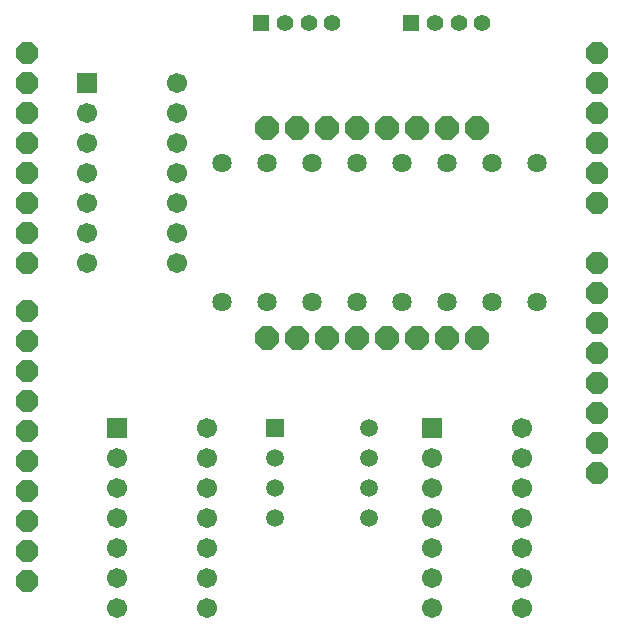
<source format=gbr>
G04 EAGLE Gerber RS-274X export*
G75*
%MOMM*%
%FSLAX34Y34*%
%LPD*%
%INSoldermask Bottom*%
%IPPOS*%
%AMOC8*
5,1,8,0,0,1.08239X$1,22.5*%
G01*
G04 Define Apertures*
%ADD10R,1.491200X1.491200*%
%ADD11C,1.491200*%
%ADD12R,1.701800X1.701800*%
%ADD13C,1.701800*%
%ADD14P,2.034460X8X112.500000*%
%ADD15P,2.144431X8X292.500000*%
%ADD16C,1.633200*%
%ADD17R,1.411200X1.411200*%
%ADD18C,1.411200*%
D10*
X235343Y317500D03*
D11*
X235343Y292100D03*
X235343Y266700D03*
X235343Y241300D03*
X314743Y241300D03*
X314743Y266700D03*
X314743Y292100D03*
X314743Y317500D03*
D12*
X101600Y317500D03*
D13*
X101600Y292100D03*
X101600Y266700D03*
X101600Y241300D03*
X101600Y215900D03*
X101600Y190500D03*
X101600Y165100D03*
X177800Y165100D03*
X177800Y190500D03*
X177800Y215900D03*
X177800Y241300D03*
X177800Y266700D03*
X177800Y292100D03*
X177800Y317500D03*
D14*
X25400Y533400D03*
X508000Y508000D03*
X25400Y558800D03*
X25400Y584200D03*
X25400Y609600D03*
X25400Y635000D03*
X25400Y508000D03*
X25400Y482600D03*
X25400Y457200D03*
X25400Y416560D03*
X25400Y391160D03*
X25400Y365760D03*
X25400Y340360D03*
X25400Y314960D03*
X25400Y289560D03*
X25400Y264160D03*
X25400Y238760D03*
X508000Y533400D03*
X508000Y558800D03*
X508000Y584200D03*
X508000Y609600D03*
X508000Y635000D03*
X508000Y457200D03*
X508000Y431800D03*
X508000Y406400D03*
X508000Y381000D03*
X508000Y355600D03*
X508000Y330200D03*
X25400Y213360D03*
X25400Y187960D03*
X508000Y304800D03*
X508000Y279400D03*
D12*
X76200Y609600D03*
D13*
X76200Y584200D03*
X76200Y558800D03*
X76200Y533400D03*
X76200Y508000D03*
X76200Y482600D03*
X76200Y457200D03*
X152400Y457200D03*
X152400Y482600D03*
X152400Y508000D03*
X152400Y533400D03*
X152400Y558800D03*
X152400Y584200D03*
X152400Y609600D03*
D12*
X368300Y317500D03*
D13*
X368300Y292100D03*
X368300Y266700D03*
X368300Y241300D03*
X368300Y215900D03*
X368300Y190500D03*
X368300Y165100D03*
X444500Y165100D03*
X444500Y190500D03*
X444500Y215900D03*
X444500Y241300D03*
X444500Y266700D03*
X444500Y292100D03*
X444500Y317500D03*
D15*
X406400Y393700D03*
X381000Y393700D03*
X355600Y393700D03*
X330200Y393700D03*
X304800Y393700D03*
X279400Y393700D03*
X254000Y393700D03*
X228600Y393700D03*
X406400Y571500D03*
X381000Y571500D03*
X355600Y571500D03*
X330200Y571500D03*
X304800Y571500D03*
X279400Y571500D03*
X254000Y571500D03*
X228600Y571500D03*
D16*
X457200Y423800D03*
X457200Y541400D03*
X419100Y423800D03*
X419100Y541400D03*
X381000Y423964D03*
X381000Y541564D03*
X342900Y423800D03*
X342900Y541400D03*
X304800Y423964D03*
X304800Y541564D03*
X266700Y423800D03*
X266700Y541400D03*
X228600Y423964D03*
X228600Y541564D03*
X190500Y423800D03*
X190500Y541400D03*
D17*
X351000Y660400D03*
D18*
X371000Y660400D03*
X391000Y660400D03*
X411000Y660400D03*
D17*
X224000Y660400D03*
D18*
X244000Y660400D03*
X264000Y660400D03*
X284000Y660400D03*
M02*

</source>
